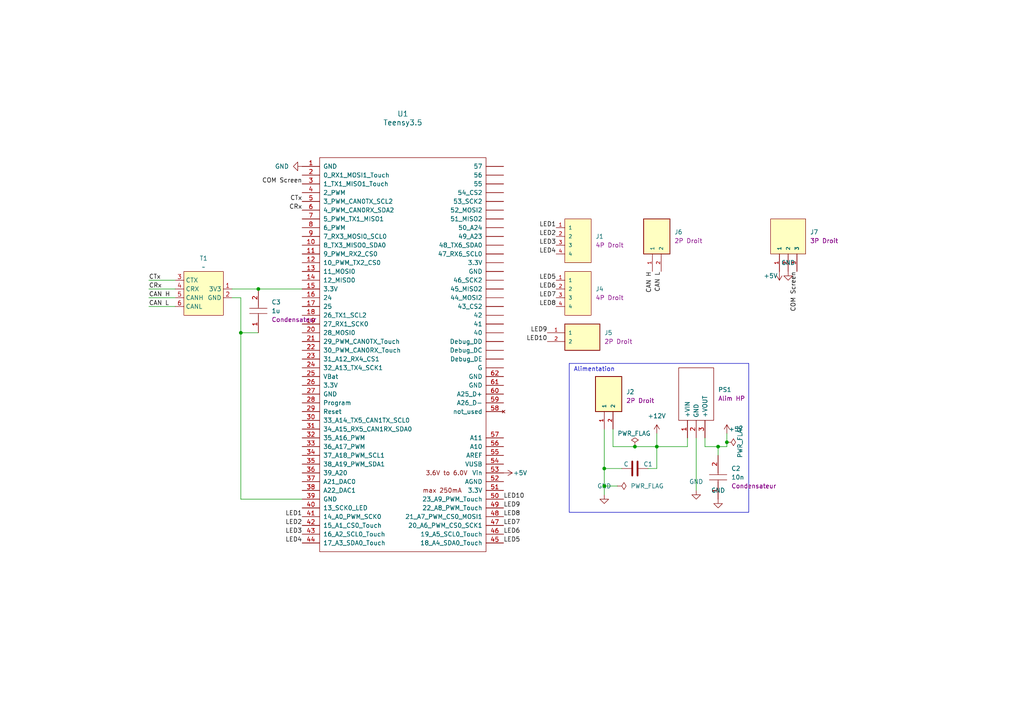
<source format=kicad_sch>
(kicad_sch (version 20231120) (generator "eeschema") (generator_version "8.0")
  (paper "A4")
  (lib_symbols
    (symbol "Device:C" (pin_numbers hide) (pin_names (offset 0.254))
      (property "Reference" "C" (at 0.635 2.54 0))
      (property "Value" "C" (at 0.635 -2.54 0))
      (symbol "C_0_1"
        (polyline (pts (xy -2.032 -0.762) (xy 2.032 -0.762)) (stroke (width 0.508)))
        (polyline (pts (xy -2.032 0.762) (xy 2.032 0.762)) (stroke (width 0.508)))
      )
      (symbol "C_1_1"
        (pin passive line (at 0 3.81 270) (length 2.794) (name "~") (number "1"))
        (pin passive line (at 0 -3.81 90) (length 2.794) (name "~") (number "2"))
      )
    )
    (symbol "EPSA_Lib:3P Droit 22-11-2032" (pin_names (offset 1.016))
      (property "Reference" "J" (at 0 -1.27 0))
      (property "Render Name" "3P Droit" (at 0 6.35 0))
      (symbol "3P Droit 22-11-2032_0_0"
        (rectangle (start -5.08 -5.08) (end 5.08 5.08) (stroke (width 0.1524)) (fill (type background)))
        (pin passive line (at -10.16 2.54 0) (length 5.08) (name "1") (number "1"))
        (pin passive line (at -10.16 0 0) (length 5.08) (name "2") (number "2"))
        (pin passive line (at -10.16 -2.54 0) (length 5.08) (name "3") (number "3"))
      )
    )
    (symbol "EPSA_Lib:4P Droit 22-11-2042" (pin_names (offset 1.016))
      (property "Reference" "J" (at 1.27 -1.27 0))
      (property "Render Name" "4P Droit" (at 1.27 6.35 0))
      (symbol "4P Droit 22-11-2042_0_0"
        (rectangle (start -2.54 -7.62) (end 5.08 5.08) (stroke (width 0.1524)) (fill (type background)))
        (pin passive line (at -5.08 2.54 0) (length 2.54) (name "1") (number "1"))
        (pin passive line (at -5.08 0 0) (length 2.54) (name "2") (number "2"))
        (pin passive line (at -5.08 -2.54 0) (length 2.54) (name "3") (number "3"))
        (pin passive line (at -5.08 -5.08 0) (length 2.54) (name "4") (number "4"))
      )
    )
    (symbol "EPSA_Lib:Alim HP TSR_2-2450" (pin_names (offset 0.762))
      (property "Reference" "PS" (at 13.97 -2.54 0))
      (property "Render Name" "Alim HP" (at 12.7 3.81 0))
      (symbol "Alim HP TSR_2-2450_0_0"
        (pin input line (at 0 0 0) (length 5.08) (name "+VIN") (number "1"))
        (pin power_in line (at 0 -2.54 0) (length 5.08) (name "GND") (number "2"))
      )
      (symbol "Alim HP TSR_2-2450_0_1"
        (polyline (pts (xy 5.08 2.54) (xy 20.32 2.54) (xy 20.32 -7.62) (xy 5.08 -7.62) (xy 5.08 2.54)) (stroke (width 0.1524)))
      )
      (symbol "Alim HP TSR_2-2450_1_0"
        (pin power_out line (at 0 -5.08 0) (length 5.08) (name "+VOUT") (number "3"))
      )
    )
    (symbol "EPSA_Lib:CAN Transceiver"
      (property "Reference" "T" (at 0 0 0))
      (symbol "CAN Transceiver_1_1"
        (rectangle (start -5.08 -1.27) (end 6.35 -13.97) (fill (type background)))
        (pin input line (at 8.89 -6.35 180) (length 2.54) (name "3V3") (number "1"))
        (pin input line (at 8.89 -8.89 180) (length 2.54) (name "GND") (number "2"))
        (pin input line (at -7.62 -3.81 0) (length 2.54) (name "CTX") (number "3"))
        (pin input line (at -7.62 -6.35 0) (length 2.54) (name "CRX") (number "4"))
        (pin input line (at -7.62 -8.89 0) (length 2.54) (name "CANH") (number "5"))
        (pin input line (at -7.62 -11.43 0) (length 2.54) (name "CANL") (number "6"))
      )
    )
    (symbol "EPSA_Lib:Teensy3.5" (pin_names (offset 1.016))
      (property "Reference" "U" (at 0 59.69 0))
      (property "Value" "Teensy3.5" (at 0 -59.69 0))
      (property "Pinouts" "https://www.pjrc.com/teensy/pinout.html" (at 0 64.77 0))
      (symbol "Teensy3.5_0_0"
        (text "3.6V to 6.0V" (at 12.7 -34.29 0) (effects (font (size 1.27 1.27))))
        (text "max 250mA" (at 11.43 -39.37 0) (effects (font (size 1.27 1.27))))
      )
      (symbol "Teensy3.5_0_1"
        (rectangle (start -24.13 57.15) (end 24.13 -57.15))
      )
      (symbol "Teensy3.5_1_1"
        (pin power_in line (at -29.21 54.61 0) (length 5.08) (name "GND") (number "1"))
        (pin bidirectional line (at -29.21 31.75 0) (length 5.08) (name "8_TX3_MISO0_SDA0") (number "10"))
        (pin bidirectional line (at -29.21 29.21 0) (length 5.08) (name "9_PWM_RX2_CS0") (number "11"))
        (pin bidirectional line (at -29.21 26.67 0) (length 5.08) (name "10_PWM_TX2_CS0") (number "12"))
        (pin bidirectional line (at -29.21 24.13 0) (length 5.08) (name "11_MOSI0") (number "13"))
        (pin bidirectional line (at -29.21 21.59 0) (length 5.08) (name "12_MISO0") (number "14"))
        (pin power_out line (at -29.21 19.05 0) (length 5.08) (name "3.3V") (number "15"))
        (pin bidirectional line (at -29.21 16.51 0) (length 5.08) (name "24") (number "16"))
        (pin bidirectional line (at -29.21 13.97 0) (length 5.08) (name "25") (number "17"))
        (pin bidirectional line (at -29.21 11.43 0) (length 5.08) (name "26_TX1_SCL2") (number "18"))
        (pin bidirectional line (at -29.21 8.89 0) (length 5.08) (name "27_RX1_SCK0") (number "19"))
        (pin bidirectional line (at -29.21 52.07 0) (length 5.08) (name "0_RX1_MOSI1_Touch") (number "2"))
        (pin bidirectional line (at -29.21 6.35 0) (length 5.08) (name "28_MOSI0") (number "20"))
        (pin bidirectional line (at -29.21 3.81 0) (length 5.08) (name "29_PWM_CAN0TX_Touch") (number "21"))
        (pin bidirectional line (at -29.21 1.27 0) (length 5.08) (name "30_PWM_CAN0RX_Touch") (number "22"))
        (pin bidirectional line (at -29.21 -1.27 0) (length 5.08) (name "31_A12_RX4_CS1") (number "23"))
        (pin bidirectional line (at -29.21 -3.81 0) (length 5.08) (name "32_A13_TX4_SCK1") (number "24"))
        (pin power_in line (at -29.21 -6.35 0) (length 5.08) (name "VBat") (number "25"))
        (pin power_in line (at -29.21 -8.89 0) (length 5.08) (name "3.3V") (number "26"))
        (pin power_in line (at -29.21 -11.43 0) (length 5.08) (name "GND") (number "27"))
        (pin input line (at -29.21 -13.97 0) (length 5.08) (name "Program") (number "28"))
        (pin input line (at -29.21 -16.51 0) (length 5.08) (name "Reset") (number "29"))
        (pin bidirectional line (at -29.21 49.53 0) (length 5.08) (name "1_TX1_MISO1_Touch") (number "3"))
        (pin bidirectional line (at -29.21 -19.05 0) (length 5.08) (name "33_A14_TX5_CAN1TX_SCL0") (number "30"))
        (pin bidirectional line (at -29.21 -21.59 0) (length 5.08) (name "34_A15_RX5_CAN1RX_SDA0") (number "31"))
        (pin bidirectional line (at -29.21 -24.13 0) (length 5.08) (name "35_A16_PWM") (number "32"))
        (pin bidirectional line (at -29.21 -26.67 0) (length 5.08) (name "36_A17_PWM") (number "33"))
        (pin bidirectional line (at -29.21 -29.21 0) (length 5.08) (name "37_A18_PWM_SCL1") (number "34"))
        (pin bidirectional line (at -29.21 -31.75 0) (length 5.08) (name "38_A19_PWM_SDA1") (number "35"))
        (pin bidirectional line (at -29.21 -34.29 0) (length 5.08) (name "39_A20") (number "36"))
        (pin bidirectional line (at -29.21 -36.83 0) (length 5.08) (name "A21_DAC0") (number "37"))
        (pin bidirectional line (at -29.21 -39.37 0) (length 5.08) (name "A22_DAC1") (number "38"))
        (pin power_in line (at -29.21 -41.91 0) (length 5.08) (name "GND") (number "39"))
        (pin bidirectional line (at -29.21 46.99 0) (length 5.08) (name "2_PWM") (number "4"))
        (pin bidirectional line (at -29.21 -44.45 0) (length 5.08) (name "13_SCK0_LED") (number "40"))
        (pin bidirectional line (at -29.21 -46.99 0) (length 5.08) (name "14_A0_PWM_SCK0") (number "41"))
        (pin bidirectional line (at -29.21 -49.53 0) (length 5.08) (name "15_A1_CS0_Touch") (number "42"))
        (pin bidirectional line (at -29.21 -52.07 0) (length 5.08) (name "16_A2_SCL0_Touch") (number "43"))
        (pin bidirectional line (at -29.21 -54.61 0) (length 5.08) (name "17_A3_SDA0_Touch") (number "44"))
        (pin bidirectional line (at 29.21 -54.61 180) (length 5.08) (name "18_A4_SDA0_Touch") (number "45"))
        (pin bidirectional line (at 29.21 -52.07 180) (length 5.08) (name "19_A5_SCL0_Touch") (number "46"))
        (pin bidirectional line (at 29.21 -49.53 180) (length 5.08) (name "20_A6_PWM_CS0_SCK1") (number "47"))
        (pin bidirectional line (at 29.21 -46.99 180) (length 5.08) (name "21_A7_PWM_CS0_MOSI1") (number "48"))
        (pin bidirectional line (at 29.21 -44.45 180) (length 5.08) (name "22_A8_PWM_Touch") (number "49"))
        (pin bidirectional line (at -29.21 44.45 0) (length 5.08) (name "3_PWM_CAN0TX_SCL2") (number "5"))
        (pin bidirectional line (at 29.21 -41.91 180) (length 5.08) (name "23_A9_PWM_Touch") (number "50"))
        (pin power_out line (at 29.21 -39.37 180) (length 5.08) (name "3.3V") (number "51"))
        (pin power_out line (at 29.21 -36.83 180) (length 5.08) (name "AGND") (number "52"))
        (pin power_in line (at 29.21 -34.29 180) (length 5.08) (name "Vin") (number "53"))
        (pin power_in line (at 29.21 -31.75 180) (length 5.08) (name "VUSB") (number "54"))
        (pin input line (at 29.21 -29.21 180) (length 5.08) (name "AREF") (number "55"))
        (pin bidirectional line (at 29.21 -26.67 180) (length 5.08) (name "A10") (number "56"))
        (pin bidirectional line (at 29.21 -24.13 180) (length 5.08) (name "A11") (number "57"))
        (pin no_connect line (at 29.21 -16.51 180) (length 5.08) (name "not_used") (number "58"))
        (pin bidirectional line (at 29.21 -13.97 180) (length 5.08) (name "A26_D-") (number "59"))
        (pin bidirectional line (at -29.21 41.91 0) (length 5.08) (name "4_PWM_CAN0RX_SDA2") (number "6"))
        (pin bidirectional line (at 29.21 -11.43 180) (length 5.08) (name "A25_D+") (number "60"))
        (pin power_in line (at 29.21 -8.89 180) (length 5.08) (name "GND") (number "61"))
        (pin power_in line (at 29.21 -6.35 180) (length 5.08) (name "GND") (number "62"))
        (pin bidirectional line (at -29.21 39.37 0) (length 5.08) (name "5_PWM_TX1_MISO1") (number "7"))
        (pin bidirectional line (at -29.21 36.83 0) (length 5.08) (name "6_PWM") (number "8"))
        (pin bidirectional line (at -29.21 34.29 0) (length 5.08) (name "7_RX3_MOSI0_SCL0") (number "9"))
        (pin power_in line (at 29.21 26.67 180) (length 5.08) (name "3.3V") (number "~"))
        (pin bidirectional line (at 29.21 6.35 180) (length 5.08) (name "40") (number "~"))
        (pin bidirectional line (at 29.21 8.89 180) (length 5.08) (name "41") (number "~"))
        (pin bidirectional line (at 29.21 11.43 180) (length 5.08) (name "42") (number "~"))
        (pin bidirectional line (at 29.21 13.97 180) (length 5.08) (name "43_CS2") (number "~"))
        (pin bidirectional line (at 29.21 16.51 180) (length 5.08) (name "44_MOSI2") (number "~"))
        (pin bidirectional line (at 29.21 19.05 180) (length 5.08) (name "45_MISO2") (number "~"))
        (pin bidirectional line (at 29.21 21.59 180) (length 5.08) (name "46_SCK2") (number "~"))
        (pin bidirectional line (at 29.21 29.21 180) (length 5.08) (name "47_RX6_SCL0") (number "~"))
        (pin bidirectional line (at 29.21 31.75 180) (length 5.08) (name "48_TX6_SDA0") (number "~"))
        (pin bidirectional line (at 29.21 34.29 180) (length 5.08) (name "49_A23") (number "~"))
        (pin bidirectional line (at 29.21 36.83 180) (length 5.08) (name "50_A24") (number "~"))
        (pin bidirectional line (at 29.21 39.37 180) (length 5.08) (name "51_MISO2") (number "~"))
        (pin bidirectional line (at 29.21 41.91 180) (length 5.08) (name "52_MOSI2") (number "~"))
        (pin bidirectional line (at 29.21 44.45 180) (length 5.08) (name "53_SCK2") (number "~"))
        (pin bidirectional line (at 29.21 46.99 180) (length 5.08) (name "54_CS2") (number "~"))
        (pin bidirectional line (at 29.21 49.53 180) (length 5.08) (name "55") (number "~"))
        (pin bidirectional line (at 29.21 52.07 180) (length 5.08) (name "56") (number "~"))
        (pin bidirectional line (at 29.21 54.61 180) (length 5.08) (name "57") (number "~"))
        (pin input line (at 29.21 1.27 180) (length 5.08) (name "Debug_DC") (number "~"))
        (pin input line (at 29.21 3.81 180) (length 5.08) (name "Debug_DD") (number "~"))
        (pin input line (at 29.21 -1.27 180) (length 5.08) (name "Debug_DE") (number "~"))
        (pin power_in line (at 29.21 -3.81 180) (length 5.08) (name "G") (number "~"))
        (pin power_in line (at 29.21 24.13 180) (length 5.08) (name "GND") (number "~"))
      )
    )
    (symbol "EPSA_lib:2P Droit 2-11-2022" (pin_names (offset 1.016))
      (property "Reference" "J" (at 6.35 5.08 0))
      (property "Render Name" "2P Droit" (at 0 3.81 0))
      (symbol "2P Droit 2-11-2022_0_0"
        (rectangle (start -5.08 -5.08) (end 5.08 2.54) (stroke (width 0.254)) (fill (type background)))
        (pin passive line (at -10.16 0 0) (length 5.08) (name "1") (number "1"))
        (pin passive line (at -10.16 -2.54 0) (length 5.08) (name "2") (number "2"))
      )
    )
    (symbol "EPSA_lib:Condensateur 0805Y1000104JXT" (pin_names (offset 0.762))
      (property "Reference" "C" (at 1.5 -1.8 0))
      (property "Value" "10u" (at 11.43 -2.54 0))
      (property "Render Name" "Condensateur" (at 6.35 3.81 0))
      (symbol "Condensateur 0805Y1000104JXT_0_0"
        (pin passive line (at 0 0 0) (length 5.08) (name "~") (number "1"))
        (pin passive line (at 12.7 0 180) (length 5.08) (name "~") (number "2"))
      )
      (symbol "Condensateur 0805Y1000104JXT_0_1"
        (polyline (pts (xy 5.08 0) (xy 5.588 0)) (stroke (width 0.1524)))
        (polyline (pts (xy 5.588 2.54) (xy 5.588 -2.54)) (stroke (width 0.1524)))
        (polyline (pts (xy 7.112 0) (xy 7.62 0)) (stroke (width 0.1524)))
        (polyline (pts (xy 7.112 2.54) (xy 7.112 -2.54)) (stroke (width 0.1524)))
      )
    )
    (symbol "power:+12V" (power) (pin_names (offset 0))
      (property "Value" "+12V" (at 0 3.556 0))
      (symbol "+12V_0_1"
        (polyline (pts (xy -0.762 1.27) (xy 0 2.54)))
        (polyline (pts (xy 0 0) (xy 0 2.54)))
        (polyline (pts (xy 0 2.54) (xy 0.762 1.27)))
      )
      (symbol "+12V_1_1"
        (pin power_in line (at 0 0 90) (length 0) hide (name "+12V") (number "1"))
      )
    )
    (symbol "power:+5V" (power) (pin_names (offset 0))
      (property "Value" "+5V" (at 0 3.556 0))
      (symbol "+5V_0_1"
        (polyline (pts (xy -0.762 1.27) (xy 0 2.54)))
        (polyline (pts (xy 0 0) (xy 0 2.54)))
        (polyline (pts (xy 0 2.54) (xy 0.762 1.27)))
      )
      (symbol "+5V_1_1"
        (pin power_in line (at 0 0 90) (length 0) hide (name "+5V") (number "1"))
      )
    )
    (symbol "power:GND" (power) (pin_names (offset 0))
      (property "Value" "GND" (at 0 -3.81 0))
      (symbol "GND_0_1"
        (polyline (pts (xy 0 0) (xy 0 -1.27) (xy 1.27 -1.27) (xy 0 -2.54) (xy -1.27 -1.27) (xy 0 -1.27)))
      )
      (symbol "GND_1_1"
        (pin power_in line (at 0 0 270) (length 0) hide (name "GND") (number "1"))
      )
    )
    (symbol "power:PWR_FLAG" (power) (pin_numbers hide) (pin_names (offset 0) hide)
      (property "Value" "PWR_FLAG" (at 0 3.81 0))
      (symbol "PWR_FLAG_0_0"
        (pin power_out line (at 0 0 90) (length 0) (name "pwr") (number "1"))
      )
      (symbol "PWR_FLAG_0_1"
        (polyline (pts (xy 0 0) (xy 0 1.27) (xy -1.016 1.905) (xy 0 2.54) (xy 1.016 1.905) (xy 0 1.27)))
      )
    )
  )
  (junction (at 184.15 129.54))
  (junction (at 175.26 135.89))
  (junction (at 175.26 140.97))
  (junction (at 190.5 129.54))
  (junction (at 74.93 83.82))
  (junction (at 208.28 129.54))
  (junction (at 69.85 96.52))
  (junction (at 210.82 128.27))
  (wire (pts (xy 50.8 88.9) (xy 43.18 88.9)))
  (wire (pts (xy 175.26 135.89) (xy 175.26 140.97)))
  (wire (pts (xy 74.93 83.82) (xy 87.63 83.82)))
  (wire (pts (xy 208.28 132.08) (xy 208.28 129.54)))
  (wire (pts (xy 175.26 143.51) (xy 175.26 140.97)))
  (wire (pts (xy 187.96 135.89) (xy 190.5 135.89)))
  (wire (pts (xy 199.39 127) (xy 199.39 129.54)))
  (wire (pts (xy 179.07 140.97) (xy 175.26 140.97)))
  (wire (pts (xy 210.82 129.54) (xy 210.82 128.27)))
  (wire (pts (xy 50.8 86.36) (xy 43.18 86.36)))
  (wire (pts (xy 177.8 124.46) (xy 177.8 129.54)))
  (wire (pts (xy 175.26 124.46) (xy 175.26 135.89)))
  (wire (pts (xy 208.28 129.54) (xy 210.82 129.54)))
  (wire (pts (xy 199.39 129.54) (xy 190.5 129.54)))
  (wire (pts (xy 69.85 144.78) (xy 87.63 144.78)))
  (wire (pts (xy 69.85 86.36) (xy 69.85 96.52)))
  (wire (pts (xy 201.93 127) (xy 201.93 142.24)))
  (wire (pts (xy 50.8 83.82) (xy 43.18 83.82)))
  (wire (pts (xy 204.47 127) (xy 204.47 129.54)))
  (polyline (pts (xy 217.17 148.59) (xy 217.17 105.41)))
  (wire (pts (xy 204.47 129.54) (xy 208.28 129.54)))
  (wire (pts (xy 67.31 83.82) (xy 74.93 83.82)))
  (wire (pts (xy 190.5 125.73) (xy 190.5 129.54)))
  (wire (pts (xy 69.85 86.36) (xy 67.31 86.36)))
  (wire (pts (xy 50.8 81.28) (xy 43.18 81.28)))
  (wire (pts (xy 177.8 129.54) (xy 184.15 129.54)))
  (wire (pts (xy 69.85 96.52) (xy 74.93 96.52)))
  (wire (pts (xy 69.85 96.52) (xy 69.85 144.78)))
  (polyline (pts (xy 165.1 105.41) (xy 165.1 148.59)))
  (wire (pts (xy 190.5 135.89) (xy 190.5 129.54)))
  (wire (pts (xy 175.26 135.89) (xy 180.34 135.89)))
  (wire (pts (xy 184.15 129.54) (xy 190.5 129.54)))
  (polyline (pts (xy 217.17 105.41) (xy 165.1 105.41)))
  (wire (pts (xy 210.82 128.27) (xy 210.82 125.73)))
  (polyline (pts (xy 165.1 148.59) (xy 217.17 148.59)))
  (text "Alimentation\n" (at 166.37 107.95 0) (effects (font (size 1.27 1.27)) (justify left bottom)))
  (label "COM Screen" (at 87.63 53.34 180))
  (label "LED4" (at 87.63 157.48 180))
  (label "CAN L" (at 43.18 88.9 0))
  (label "LED4" (at 161.29 73.66 180))
  (label "CRx" (at 43.18 83.82 0))
  (label "LED8" (at 161.29 88.9 180))
  (label "LED5" (at 146.05 157.48 0))
  (label "CAN L" (at 191.77 78.74 270))
  (label "LED3" (at 87.63 154.94 180))
  (label "LED10" (at 158.75 99.06 180))
  (label "LED6" (at 161.29 83.82 180))
  (label "LED8" (at 146.05 149.86 0))
  (label "LED7" (at 146.05 152.4 0))
  (label "LED2" (at 87.63 152.4 180))
  (label "LED3" (at 161.29 71.12 180))
  (label "CTx" (at 43.18 81.28 0))
  (label "LED9" (at 158.75 96.52 180))
  (label "LED10" (at 146.05 144.78 0))
  (label "COM Screen" (at 231.14 78.74 270))
  (label "LED5" (at 161.29 81.28 180))
  (label "CRx" (at 87.63 60.96 180))
  (label "CAN H" (at 189.23 78.74 270))
  (label "CTx" (at 87.63 58.42 180))
  (label "LED1" (at 161.29 66.04 180))
  (label "CAN H" (at 43.18 86.36 0))
  (label "LED9" (at 146.05 147.32 0))
  (label "LED2" (at 161.29 68.58 180))
  (label "LED6" (at 146.05 154.94 0))
  (label "LED7" (at 161.29 86.36 180))
  (label "LED1" (at 87.63 149.86 180))
  (symbol (lib_id "EPSA_Lib:4P Droit 22-11-2042") (at 166.37 83.82 0) (unit 1)
    (property "Reference" "J4" (at 172.72 83.8199 0) (effects (justify left)))
    (property "Value" "4P Droit 22-11-2042" (effects (hide yes)))
    (property "Footprint" "EPSA_lib:MOLEX_22-11-2042" (effects (hide yes)))
    (property "Datasheet" "https://www.molex.com/en-us/products/part-detail/22112042?display=pdf" (effects (hide yes)))
    (property "Render Name" "4P Droit" (at 172.72 86.3599 0) (effects (justify left)))
    (property "Manufacturer_Name" "Molex" (effects (hide yes)))
    (property "Manufacturer_Part_Number" "22-11-2042" (effects (hide yes)))
    (property "Mouser Part Number" "538-22-11-2042" (effects (hide yes)))
    (property "Mouser Price/Stock" "https://www.mouser.fr/ProductDetail/Molex/22-11-2042?qs=mrPiglD9aYJfi57%2FgjU4lw%3D%3D" (effects (hide yes)))
  )
  (symbol (lib_id "EPSA_Lib:4P Droit 22-11-2042") (at 166.37 68.58 0) (unit 1)
    (property "Reference" "J1" (at 172.72 68.5799 0) (effects (justify left)))
    (property "Value" "4P Droit 22-11-2042" (effects (hide yes)))
    (property "Footprint" "EPSA_lib:MOLEX_22-11-2042" (effects (hide yes)))
    (property "Datasheet" "https://www.molex.com/en-us/products/part-detail/22112042?display=pdf" (effects (hide yes)))
    (property "Render Name" "4P Droit" (at 172.72 71.1199 0) (effects (justify left)))
    (property "Manufacturer_Name" "Molex" (effects (hide yes)))
    (property "Manufacturer_Part_Number" "22-11-2042" (effects (hide yes)))
    (property "Mouser Part Number" "538-22-11-2042" (effects (hide yes)))
    (property "Mouser Price/Stock" "https://www.mouser.fr/ProductDetail/Molex/22-11-2042?qs=mrPiglD9aYJfi57%2FgjU4lw%3D%3D" (effects (hide yes)))
  )
  (symbol (lib_id "EPSA_Lib:Teensy3.5") (at 116.84 102.87 0) (unit 1)
    (property "Reference" "U1" (at 116.84 33.02 0) (effects (font (size 1.524 1.524))))
    (property "Value" "Teensy3.5" (at 116.84 35.56 0) (effects (font (size 1.524 1.524))))
    (property "Footprint" "EPSA_lib:Teensy35_36" (effects (hide yes)))
    (property "Datasheet" "https://www.pjrc.com/teensy/card8a_rev2.pdf" (effects (hide yes)))
    (property "Pinouts" "https://www.pjrc.com/teensy/pinout.html" (effects (hide yes)))
  )
  (symbol (lib_id "power:PWR_FLAG") (at 210.82 128.27 270) (unit 1)
    (property "Reference" "#FLG03" (effects (hide yes)))
    (property "Value" "PWR_FLAG" (at 214.63 123.19 0) (effects (justify left)))
  )
  (symbol (lib_id "power:+5V") (at 146.05 137.16 270) (unit 1)
    (property "Reference" "#PWR04" (effects (hide yes)))
    (property "Value" "+5V" (at 150.876 137.16 90))
  )
  (symbol (lib_id "power:GND") (at 87.63 48.26 270) (unit 1)
    (property "Reference" "#GND06" (effects (hide yes)))
    (property "Value" "GND" (at 83.82 48.2599 90) (effects (justify right)))
  )
  (symbol (lib_id "power:PWR_FLAG") (at 184.15 129.54 0) (unit 1)
    (property "Reference" "#FLG02" (effects (hide yes)))
    (property "Value" "PWR_FLAG" (at 179.07 125.73 0) (effects (justify left)))
  )
  (symbol (lib_id "EPSA_lib:2P Droit 2-11-2022") (at 175.26 114.3 90) (unit 1) (exclude_from_sim yes)
    (property "Reference" "J2" (at 181.61 113.665 90) (effects (justify right)))
    (property "Value" "2P Droit 2-11-2022" (effects (hide yes)))
    (property "Footprint" "EPSA_lib:MOLEX_22-11-2022" (effects (hide yes)))
    (property "Sim.Pins" "1=1 2=2" (effects (hide yes)))
    (property "Sim.Device" "SPICE" (effects (hide yes)))
    (property "Sim.Params" "type=\"J\" model=\"22-11-2022\" lib=\"\"" (effects (hide yes)))
    (property "MAXIMUM_PACKAGE_HEIGHT" "10.66mm" (effects (hide yes)))
    (property "PARTREV" "BD8" (effects (hide yes)))
    (property "STANDARD" "Manufacturer Recommendations" (effects (hide yes)))
    (property "MANUFACTURER" "Molex" (effects (hide yes)))
    (property "Render Name" "2P Droit" (at 181.61 116.205 90) (effects (justify right)))
  )
  (symbol (lib_id "power:+5V") (at 226.06 78.74 180) (unit 1)
    (property "Reference" "#PWR03" (effects (hide yes)))
    (property "Value" "+5V" (at 223.52 80.01 0))
  )
  (symbol (lib_id "power:GND") (at 208.28 144.78 0) (unit 1)
    (property "Reference" "#GND03" (effects (hide yes)))
    (property "Value" "GND" (at 208.28 142.24 0))
  )
  (symbol (lib_id "Device:C") (at 184.15 135.89 90) (unit 1)
    (property "Reference" "C1" (at 187.96 134.62 90))
    (property "Value" "C" (at 181.61 134.62 90))
    (property "Footprint" "Capacitor_THT:CP_Radial_D5.0mm_P2.00mm" (effects (hide yes)))
  )
  (symbol (lib_id "power:GND") (at 201.93 142.24 0) (unit 1)
    (property "Reference" "#GND02" (effects (hide yes)))
    (property "Value" "GND" (at 201.93 139.7 0))
  )
  (symbol (lib_id "power:GND") (at 228.6 78.74 0) (unit 1)
    (property "Reference" "#GND04" (effects (hide yes)))
    (property "Value" "GND" (at 228.6 76.2 0))
  )
  (symbol (lib_id "power:+5V") (at 210.82 125.73 0) (unit 1)
    (property "Reference" "#PWR02" (effects (hide yes)))
    (property "Value" "+5V" (at 213.36 124.46 0))
  )
  (symbol (lib_id "EPSA_Lib:3P Droit 22-11-2032") (at 228.6 68.58 90) (unit 1)
    (property "Reference" "J7" (at 234.95 67.3099 90) (effects (justify right)))
    (property "Value" "3P Droit 22-11-2032" (effects (hide yes)))
    (property "Footprint" "EPSA_lib:MOLEX_22-11-2032" (effects (hide yes)))
    (property "Datasheet" "https://www.molex.com/en-us/products/part-detail/22112032?display=pdf" (effects (hide yes)))
    (property "Height" "10.66mm" (effects (hide yes)))
    (property "Render Name" "3P Droit" (at 234.95 69.8499 90) (effects (justify right)))
    (property "Manufacturer_Name" "Molex" (effects (hide yes)))
    (property "Manufacturer_Part_Number" "22-11-2032" (effects (hide yes)))
    (property "Mouser Part Number" "538-22-11-2032" (effects (hide yes)))
    (property "Mouser Price/Stock" "https://www.mouser.fr/ProductDetail/Molex/22-11-2032?qs=KHty%2FoMxDPke3knj%252BlB5Gw%3D%3D" (effects (hide yes)))
  )
  (symbol (lib_id "EPSA_Lib:Alim HP TSR_2-2450") (at 199.39 127 90) (unit 1)
    (property "Reference" "PS1" (at 208.28 113.0299 90) (effects (justify right)))
    (property "Value" "Alim HP TSR_2-2450" (effects (hide yes)))
    (property "Footprint" "EPSA_lib:TSR-2" (effects (hide yes)))
    (property "Datasheet" "https://tracopower.com/tsr2-datasheet/" (effects (hide yes)))
    (property "Description" "2 Amp POL switching regulator, 3.0 to -36 VDC input, pos.-pos. circuit, LM78 compatible, SIP-3" (effects (hide yes)))
    (property "Manufacturer_Name" "Traco Power" (effects (hide yes)))
    (property "Manufacturer_Part_Number" "TSR 2-2450" (effects (hide yes)))
    (property "Mouser Part Number" "495-TSR2-2450" (effects (hide yes)))
    (property "Mouser Price/Stock" "https://www.mouser.co.uk/ProductDetail/TRACO-Power/TSR-2-2450?qs=NtE2QagKf6RzknAolzm%2FTQ%3D%3D" (effects (hide yes)))
    (property "Render Name" "Alim HP" (at 208.28 115.5699 90) (effects (justify right)))
  )
  (symbol (lib_id "EPSA_lib:2P Droit 2-11-2022") (at 168.91 96.52 0) (unit 1) (exclude_from_sim yes)
    (property "Reference" "J5" (at 175.26 96.5199 0) (effects (justify left)))
    (property "Value" "2P Droit 2-11-2022" (effects (hide yes)))
    (property "Footprint" "EPSA_lib:MOLEX_22-11-2022" (effects (hide yes)))
    (property "Sim.Pins" "1=1 2=2" (effects (hide yes)))
    (property "Sim.Device" "SPICE" (effects (hide yes)))
    (property "Sim.Params" "type=\"J\" model=\"22-11-2022\" lib=\"\"" (effects (hide yes)))
    (property "MAXIMUM_PACKAGE_HEIGHT" "10.66mm" (effects (hide yes)))
    (property "PARTREV" "BD8" (effects (hide yes)))
    (property "STANDARD" "Manufacturer Recommendations" (effects (hide yes)))
    (property "MANUFACTURER" "Molex" (effects (hide yes)))
    (property "Render Name" "2P Droit" (at 175.26 99.0599 0) (effects (justify left)))
  )
  (symbol (lib_id "EPSA_lib:Condensateur 0805Y1000104JXT") (at 74.93 96.52 90) (unit 1)
    (property "Reference" "C3" (at 78.74 87.6299 90) (effects (justify right)))
    (property "Value" "1u" (at 78.74 90.1699 90) (effects (justify right)))
    (property "Footprint" "EPSA_lib:CAPC2012X130N" (effects (hide yes)))
    (property "Datasheet" "http://docs-europe.electrocomponents.com/webdocs/119d/0900766b8119d7bc.pdf" (effects (hide yes)))
    (property "Description" "Syfer 0805 Ceramic Chip Capacitors" (effects (hide yes)))
    (property "Sim.Pins" "1=+ 2=-" (effects (hide yes)))
    (property "Sim.Device" "C" (effects (hide yes)))
    (property "Height" "1.3" (effects (hide yes)))
    (property "Manufacturer_Name" "Syfer" (effects (hide yes)))
    (property "Manufacturer_Part_Number" "0805Y1000104JXT" (effects (hide yes)))
    (property "Render Name" "Condensateur" (at 78.74 92.7099 90) (effects (justify right)))
  )
  (symbol (lib_id "power:GND") (at 175.26 143.51 0) (unit 1)
    (property "Reference" "#GND01" (effects (hide yes)))
    (property "Value" "GND" (at 175.26 140.97 0))
  )
  (symbol (lib_id "power:PWR_FLAG") (at 179.07 140.97 270) (unit 1)
    (property "Reference" "#FLG01" (effects (hide yes)))
    (property "Value" "PWR_FLAG" (at 182.88 140.9699 90) (effects (justify left)))
  )
  (symbol (lib_id "power:+12V") (at 190.5 125.73 0) (unit 1)
    (property "Reference" "#PWR01" (effects (hide yes)))
    (property "Value" "+12V" (at 190.5 120.65 0))
  )
  (symbol (lib_id "EPSA_lib:2P Droit 2-11-2022") (at 189.23 68.58 90) (unit 1) (exclude_from_sim yes)
    (property "Reference" "J6" (at 195.58 67.3099 90) (effects (justify right)))
    (property "Value" "2P Droit 2-11-2022" (effects (hide yes)))
    (property "Footprint" "EPSA_lib:MOLEX_22-11-2022" (effects (hide yes)))
    (property "Sim.Pins" "1=1 2=2" (effects (hide yes)))
    (property "Sim.Device" "SPICE" (effects (hide yes)))
    (property "Sim.Params" "type=\"J\" model=\"22-11-2022\" lib=\"\"" (effects (hide yes)))
    (property "MAXIMUM_PACKAGE_HEIGHT" "10.66mm" (effects (hide yes)))
    (property "PARTREV" "BD8" (effects (hide yes)))
    (property "STANDARD" "Manufacturer Recommendations" (effects (hide yes)))
    (property "MANUFACTURER" "Molex" (effects (hide yes)))
    (property "Render Name" "2P Droit" (at 195.58 69.8499 90) (effects (justify right)))
  )
  (symbol (lib_id "EPSA_lib:Condensateur 0805Y1000104JXT") (at 208.28 144.78 90) (unit 1)
    (property "Reference" "C2" (at 212.09 135.89 90) (effects (justify right)))
    (property "Value" "10n" (at 212.09 138.43 90) (effects (justify right)))
    (property "Footprint" "EPSA_lib:CAPC2012X130N" (effects (hide yes)))
    (property "Datasheet" "http://docs-europe.electrocomponents.com/webdocs/119d/0900766b8119d7bc.pdf" (effects (hide yes)))
    (property "Description" "Syfer 0805 Ceramic Chip Capacitors" (effects (hide yes)))
    (property "Sim.Pins" "1=+ 2=-" (effects (hide yes)))
    (property "Sim.Device" "C" (effects (hide yes)))
    (property "Height" "1.3" (effects (hide yes)))
    (property "Manufacturer_Name" "Syfer" (effects (hide yes)))
    (property "Manufacturer_Part_Number" "0805Y1000104JXT" (effects (hide yes)))
    (property "Render Name" "Condensateur" (at 212.09 140.97 90) (effects (justify right)))
  )
  (symbol (lib_id "EPSA_Lib:CAN Transceiver") (at 58.42 77.47 0) (unit 1)
    (property "Reference" "T1" (at 59.055 74.93 0))
    (property "Value" "~" (at 59.055 77.47 0))
    (property "Footprint" "EPSA_lib:CAN_Transceiver" (effects (hide yes)))
  )
)
</source>
